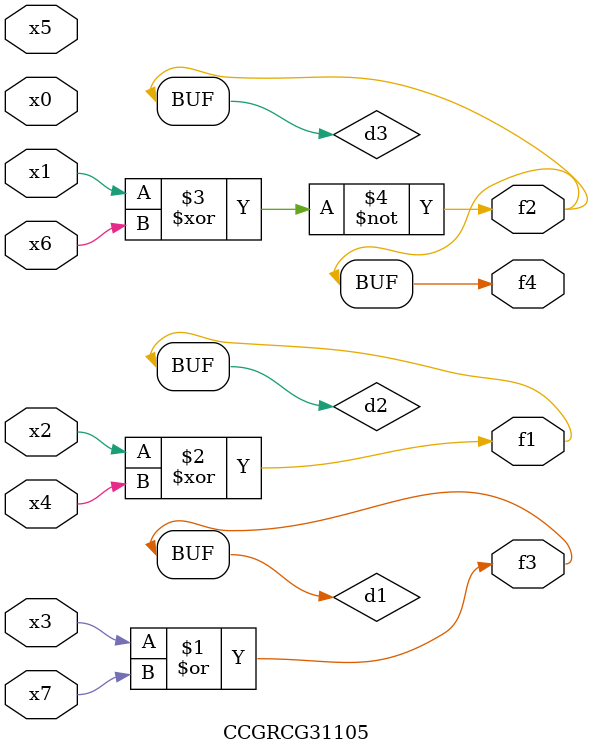
<source format=v>
module CCGRCG31105(
	input x0, x1, x2, x3, x4, x5, x6, x7,
	output f1, f2, f3, f4
);

	wire d1, d2, d3;

	or (d1, x3, x7);
	xor (d2, x2, x4);
	xnor (d3, x1, x6);
	assign f1 = d2;
	assign f2 = d3;
	assign f3 = d1;
	assign f4 = d3;
endmodule

</source>
